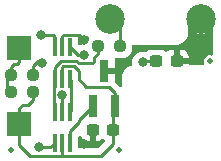
<source format=gtl>
%TF.GenerationSoftware,KiCad,Pcbnew,(6.0.10)*%
%TF.CreationDate,2023-08-09T22:59:08-05:00*%
%TF.ProjectId,MVS Pause Button,4d565320-5061-4757-9365-20427574746f,rev?*%
%TF.SameCoordinates,Original*%
%TF.FileFunction,Copper,L1,Top*%
%TF.FilePolarity,Positive*%
%FSLAX46Y46*%
G04 Gerber Fmt 4.6, Leading zero omitted, Abs format (unit mm)*
G04 Created by KiCad (PCBNEW (6.0.10)) date 2023-08-09 22:59:08*
%MOMM*%
%LPD*%
G01*
G04 APERTURE LIST*
G04 Aperture macros list*
%AMRoundRect*
0 Rectangle with rounded corners*
0 $1 Rounding radius*
0 $2 $3 $4 $5 $6 $7 $8 $9 X,Y pos of 4 corners*
0 Add a 4 corners polygon primitive as box body*
4,1,4,$2,$3,$4,$5,$6,$7,$8,$9,$2,$3,0*
0 Add four circle primitives for the rounded corners*
1,1,$1+$1,$2,$3*
1,1,$1+$1,$4,$5*
1,1,$1+$1,$6,$7*
1,1,$1+$1,$8,$9*
0 Add four rect primitives between the rounded corners*
20,1,$1+$1,$2,$3,$4,$5,0*
20,1,$1+$1,$4,$5,$6,$7,0*
20,1,$1+$1,$6,$7,$8,$9,0*
20,1,$1+$1,$8,$9,$2,$3,0*%
G04 Aperture macros list end*
%TA.AperFunction,SMDPad,CuDef*%
%ADD10R,0.400000X1.500000*%
%TD*%
%TA.AperFunction,SMDPad,CuDef*%
%ADD11RoundRect,0.237500X0.250000X0.237500X-0.250000X0.237500X-0.250000X-0.237500X0.250000X-0.237500X0*%
%TD*%
%TA.AperFunction,SMDPad,CuDef*%
%ADD12R,2.000000X2.000000*%
%TD*%
%TA.AperFunction,ComponentPad*%
%ADD13C,2.500000*%
%TD*%
%TA.AperFunction,SMDPad,CuDef*%
%ADD14RoundRect,0.237500X0.300000X0.237500X-0.300000X0.237500X-0.300000X-0.237500X0.300000X-0.237500X0*%
%TD*%
%TA.AperFunction,SMDPad,CuDef*%
%ADD15RoundRect,0.237500X-0.250000X-0.237500X0.250000X-0.237500X0.250000X0.237500X-0.250000X0.237500X0*%
%TD*%
%TA.AperFunction,SMDPad,CuDef*%
%ADD16R,0.800000X1.900000*%
%TD*%
%TA.AperFunction,SMDPad,CuDef*%
%ADD17C,0.500000*%
%TD*%
%TA.AperFunction,ViaPad*%
%ADD18C,0.800000*%
%TD*%
%TA.AperFunction,Conductor*%
%ADD19C,0.250000*%
%TD*%
G04 APERTURE END LIST*
D10*
%TO.P,INV1,1,1A*%
%TO.N,INV_In*%
X110975000Y-44770000D03*
%TO.P,INV1,2,GND*%
%TO.N,GND*%
X110325000Y-44770000D03*
%TO.P,INV1,3,2A*%
%TO.N,/Feedback*%
X109675000Y-44770000D03*
%TO.P,INV1,4,2Y*%
%TO.N,Net-(FLP1-Pad3)*%
X109675000Y-47430000D03*
%TO.P,INV1,5,Vcc*%
%TO.N,+5V*%
X110325000Y-47430000D03*
%TO.P,INV1,6,1Y*%
%TO.N,/CLK*%
X110975000Y-47430000D03*
%TD*%
D11*
%TO.P,R3,2*%
%TO.N,Net-(FLP1-Pad3)*%
X113387500Y-44700000D03*
%TO.P,R3,1*%
%TO.N,DIP8*%
X115212500Y-44700000D03*
%TD*%
D12*
%TO.P,J1,1,Pin_1*%
%TO.N,/Select*%
X106700000Y-44800000D03*
%TD*%
D11*
%TO.P,R2,1*%
%TO.N,+5V*%
X107812500Y-48600000D03*
%TO.P,R2,2*%
%TO.N,/Select*%
X105987500Y-48600000D03*
%TD*%
D13*
%TO.P,J2,1,Pin_1*%
%TO.N,GND*%
X122050000Y-42350000D03*
%TD*%
D10*
%TO.P,FLP1,1,CLK*%
%TO.N,/CLK*%
X110975000Y-50220000D03*
%TO.P,FLP1,2,GND*%
%TO.N,GND*%
X110325000Y-50220000D03*
%TO.P,FLP1,3,D*%
%TO.N,Net-(FLP1-Pad3)*%
X109675000Y-50220000D03*
%TO.P,FLP1,4,Q*%
%TO.N,/Feedback*%
X109675000Y-52880000D03*
%TO.P,FLP1,5,Vcc*%
%TO.N,+5V*%
X110325000Y-52880000D03*
%TO.P,FLP1,6,CLR*%
%TO.N,/POR*%
X110975000Y-52880000D03*
%TD*%
D14*
%TO.P,C1,1*%
%TO.N,GND*%
X120012500Y-45950000D03*
%TO.P,C1,2*%
%TO.N,INV_In*%
X118287500Y-45950000D03*
%TD*%
D15*
%TO.P,R1,2*%
%TO.N,INV_In*%
X107812500Y-47100000D03*
%TO.P,R1,1*%
%TO.N,/Select*%
X105987500Y-47100000D03*
%TD*%
D16*
%TO.P,POR1,1,~{RST}*%
%TO.N,/POR*%
X112900000Y-49750000D03*
%TO.P,POR1,2,VDD*%
%TO.N,+5V*%
X114800000Y-49750000D03*
%TO.P,POR1,3,VSS*%
%TO.N,GND*%
X113850000Y-46750000D03*
%TD*%
D12*
%TO.P,J3,1,Pin_1*%
%TO.N,+5V*%
X106700000Y-51300000D03*
%TD*%
D13*
%TO.P,J4,1,Pin_1*%
%TO.N,DIP8*%
X114400000Y-42350000D03*
%TD*%
D14*
%TO.P,C2,1*%
%TO.N,+5V*%
X114612500Y-51750000D03*
%TO.P,C2,2*%
%TO.N,GND*%
X112887500Y-51750000D03*
%TD*%
D17*
%TO.P,REF\u002A\u002A,*%
%TO.N,*%
X106000000Y-53500000D03*
%TD*%
%TO.P,REF\u002A\u002A,*%
%TO.N,*%
X115100000Y-53500000D03*
%TD*%
%TO.P,REF\u002A\u002A,*%
%TO.N,*%
X122800000Y-45950000D03*
%TD*%
D18*
%TO.N,GND*%
X112200000Y-44150000D03*
%TO.N,INV_In*%
X117150000Y-46050000D03*
X112200000Y-45425500D03*
X108600000Y-46100000D03*
%TO.N,GND*%
X112200000Y-52950000D03*
X110325000Y-48850000D03*
X115100000Y-46800000D03*
%TO.N,/Feedback*%
X108375000Y-53230500D03*
X108550000Y-43750000D03*
%TD*%
D19*
%TO.N,DIP8*%
X115212500Y-44700000D02*
X115212500Y-43162500D01*
%TO.N,Net-(FLP1-Pad3)*%
X109675000Y-46430000D02*
X109675000Y-47430000D01*
X110200000Y-45905000D02*
X109675000Y-46430000D01*
%TO.N,DIP8*%
X115212500Y-43162500D02*
X114475000Y-42425000D01*
%TO.N,Net-(FLP1-Pad3)*%
X113000000Y-46000000D02*
X112850000Y-46150000D01*
X113000000Y-45650000D02*
X113000000Y-46000000D01*
X111516396Y-45905000D02*
X110200000Y-45905000D01*
%TO.N,DIP8*%
X114475000Y-42425000D02*
X114437500Y-42425000D01*
%TO.N,Net-(FLP1-Pad3)*%
X113387500Y-44700000D02*
X113387500Y-45262500D01*
X112850000Y-46150000D02*
X111761396Y-46150000D01*
X113387500Y-45262500D02*
X113000000Y-45650000D01*
X111761396Y-46150000D02*
X111516396Y-45905000D01*
%TO.N,/Feedback*%
X109675000Y-43900000D02*
X109675000Y-44770000D01*
X109525000Y-43750000D02*
X109675000Y-43900000D01*
X108550000Y-43750000D02*
X109525000Y-43750000D01*
%TO.N,GND*%
X110325000Y-43820000D02*
X110325000Y-44770000D01*
X110450000Y-43695000D02*
X110325000Y-43820000D01*
X112200000Y-44150000D02*
X111745000Y-43695000D01*
X111745000Y-43695000D02*
X110450000Y-43695000D01*
%TO.N,INV_In*%
X111630500Y-45425500D02*
X110975000Y-44770000D01*
X112200000Y-45425500D02*
X111630500Y-45425500D01*
%TO.N,+5V*%
X114612500Y-52962500D02*
X114612500Y-51750000D01*
X110400000Y-53955000D02*
X113620000Y-53955000D01*
X114612500Y-49937500D02*
X114800000Y-49750000D01*
X113620000Y-53955000D02*
X114612500Y-52962500D01*
X114612500Y-51750000D02*
X114612500Y-49937500D01*
X110325000Y-53880000D02*
X110400000Y-53955000D01*
X114800000Y-48650000D02*
X114800000Y-49750000D01*
X114250000Y-48100000D02*
X114800000Y-48650000D01*
X112375000Y-48100000D02*
X114250000Y-48100000D01*
X111775000Y-47500000D02*
X112375000Y-48100000D01*
X111775000Y-46800000D02*
X111775000Y-47500000D01*
X111330000Y-46355000D02*
X111775000Y-46800000D01*
X110400000Y-46355000D02*
X111330000Y-46355000D01*
X110325000Y-46430000D02*
X110400000Y-46355000D01*
X110325000Y-47430000D02*
X110325000Y-46430000D01*
%TO.N,/POR*%
X110975000Y-51875000D02*
X111725000Y-51125000D01*
X110975000Y-52880000D02*
X110975000Y-51875000D01*
X111725000Y-51125000D02*
X111725000Y-50925000D01*
X111725000Y-50925000D02*
X112900000Y-49750000D01*
%TO.N,INV_In*%
X108245000Y-45905000D02*
X107812500Y-46337500D01*
X108405000Y-45905000D02*
X108245000Y-45905000D01*
X108600000Y-46100000D02*
X108405000Y-45905000D01*
X107812500Y-46337500D02*
X107812500Y-47100000D01*
X117250000Y-45950000D02*
X118287500Y-45950000D01*
X117150000Y-46050000D02*
X117250000Y-45950000D01*
%TO.N,/Select*%
X106700000Y-46000000D02*
X106700000Y-44800000D01*
X106500000Y-46200000D02*
X106700000Y-46000000D01*
X105687500Y-48300000D02*
X105987500Y-48600000D01*
X105987500Y-47100000D02*
X105987500Y-46412500D01*
X105987500Y-46412500D02*
X106200000Y-46200000D01*
X106200000Y-46200000D02*
X106500000Y-46200000D01*
X105987500Y-47100000D02*
X105687500Y-47400000D01*
X105687500Y-47400000D02*
X105687500Y-48300000D01*
%TO.N,GND*%
X110325000Y-48850000D02*
X110325000Y-50220000D01*
%TO.N,/CLK*%
X111050000Y-50145000D02*
X110975000Y-50220000D01*
X110975000Y-47430000D02*
X111050000Y-47505000D01*
X111050000Y-47505000D02*
X111050000Y-50145000D01*
%TO.N,Net-(FLP1-Pad3)*%
X109600000Y-48450000D02*
X109600000Y-47505000D01*
X109600000Y-47505000D02*
X109675000Y-47430000D01*
X109600000Y-50145000D02*
X109600000Y-48450000D01*
X109675000Y-50220000D02*
X109600000Y-50145000D01*
%TO.N,/Feedback*%
X108375000Y-53230500D02*
X109324500Y-53230500D01*
X109324500Y-53230500D02*
X109675000Y-52880000D01*
%TO.N,+5V*%
X106700000Y-51300000D02*
X106700000Y-53075000D01*
X106700000Y-53075000D02*
X107580000Y-53955000D01*
X107812500Y-48600000D02*
X107812500Y-49237500D01*
X107812500Y-49237500D02*
X107400000Y-49650000D01*
X110325000Y-52880000D02*
X110325000Y-53880000D01*
X106700000Y-49950000D02*
X106700000Y-51300000D01*
X107000000Y-49650000D02*
X106700000Y-49950000D01*
X107400000Y-49650000D02*
X107000000Y-49650000D01*
X110250000Y-53955000D02*
X110325000Y-53880000D01*
X107580000Y-53955000D02*
X110250000Y-53955000D01*
%TD*%
%TA.AperFunction,Conductor*%
%TO.N,GND*%
G36*
X113083621Y-51516002D02*
G01*
X113130114Y-51569658D01*
X113141500Y-51622000D01*
X113141500Y-52714885D01*
X113145975Y-52730124D01*
X113147365Y-52731329D01*
X113155048Y-52733000D01*
X113233766Y-52733000D01*
X113240282Y-52732663D01*
X113334132Y-52722925D01*
X113347528Y-52720032D01*
X113498953Y-52669512D01*
X113512115Y-52663347D01*
X113647492Y-52579574D01*
X113658894Y-52570536D01*
X113660567Y-52568861D01*
X113661993Y-52568081D01*
X113664627Y-52565993D01*
X113664984Y-52566444D01*
X113722849Y-52534781D01*
X113793669Y-52539784D01*
X113838754Y-52568701D01*
X113840593Y-52570536D01*
X113846997Y-52576929D01*
X113853229Y-52580771D01*
X113853231Y-52580772D01*
X113869165Y-52590594D01*
X113916659Y-52643366D01*
X113928083Y-52713437D01*
X113899809Y-52778561D01*
X113892145Y-52786949D01*
X113394499Y-53284595D01*
X113332187Y-53318621D01*
X113305404Y-53321500D01*
X111809500Y-53321500D01*
X111741379Y-53301498D01*
X111694886Y-53247842D01*
X111683500Y-53195500D01*
X111683500Y-52386484D01*
X111703502Y-52318363D01*
X111757158Y-52271870D01*
X111827432Y-52261766D01*
X111892012Y-52291260D01*
X111916645Y-52320181D01*
X111995429Y-52447496D01*
X112004460Y-52458890D01*
X112117129Y-52571363D01*
X112128540Y-52580375D01*
X112264063Y-52663912D01*
X112277241Y-52670056D01*
X112428766Y-52720315D01*
X112442132Y-52723181D01*
X112534770Y-52732672D01*
X112541185Y-52733000D01*
X112615385Y-52733000D01*
X112630624Y-52728525D01*
X112631829Y-52727135D01*
X112633500Y-52719452D01*
X112633500Y-51622000D01*
X112653502Y-51553879D01*
X112707158Y-51507386D01*
X112759500Y-51496000D01*
X113015500Y-51496000D01*
X113083621Y-51516002D01*
G37*
%TD.AperFunction*%
%TA.AperFunction,Conductor*%
G36*
X122072682Y-42809410D02*
G01*
X122077726Y-42808500D01*
X122990500Y-42808500D01*
X123058621Y-42828502D01*
X123105114Y-42882158D01*
X123116500Y-42934500D01*
X123116500Y-45353013D01*
X123096498Y-45421134D01*
X123042842Y-45467627D01*
X122972568Y-45477731D01*
X122954398Y-45473730D01*
X122933991Y-45467627D01*
X122874739Y-45449907D01*
X122865763Y-45449852D01*
X122865762Y-45449852D01*
X122805555Y-45449484D01*
X122731376Y-45449031D01*
X122593529Y-45488428D01*
X122472280Y-45564930D01*
X122377377Y-45672388D01*
X122316447Y-45802163D01*
X122315066Y-45811035D01*
X122299283Y-45912405D01*
X122294391Y-45943823D01*
X122312980Y-46085979D01*
X122316596Y-46094196D01*
X122325642Y-46114755D01*
X122334768Y-46185162D01*
X122304381Y-46249327D01*
X122244127Y-46286878D01*
X122210312Y-46291500D01*
X121172695Y-46291500D01*
X121104574Y-46271498D01*
X121058081Y-46217842D01*
X121054213Y-46207472D01*
X121052135Y-46205671D01*
X121044452Y-46204000D01*
X119884500Y-46204000D01*
X119816379Y-46183998D01*
X119769886Y-46130342D01*
X119758500Y-46078000D01*
X119758500Y-45677885D01*
X120266500Y-45677885D01*
X120270975Y-45693124D01*
X120272365Y-45694329D01*
X120280048Y-45696000D01*
X121039885Y-45696000D01*
X121055124Y-45691525D01*
X121056329Y-45690135D01*
X121058000Y-45682452D01*
X121058000Y-45666234D01*
X121057663Y-45659718D01*
X121047925Y-45565868D01*
X121045032Y-45552472D01*
X120994512Y-45401047D01*
X120988347Y-45387885D01*
X120904574Y-45252508D01*
X120895540Y-45241110D01*
X120782871Y-45128637D01*
X120771460Y-45119625D01*
X120635937Y-45036088D01*
X120622759Y-45029944D01*
X120471234Y-44979685D01*
X120457868Y-44976819D01*
X120365230Y-44967328D01*
X120358815Y-44967000D01*
X120284615Y-44967000D01*
X120269376Y-44971475D01*
X120268171Y-44972865D01*
X120266500Y-44980548D01*
X120266500Y-45677885D01*
X119758500Y-45677885D01*
X119758500Y-44985115D01*
X119754025Y-44969876D01*
X119752635Y-44968671D01*
X119744952Y-44967000D01*
X119666234Y-44967000D01*
X119659718Y-44967337D01*
X119565868Y-44977075D01*
X119552472Y-44979968D01*
X119401047Y-45030488D01*
X119387885Y-45036653D01*
X119252508Y-45120426D01*
X119241106Y-45129464D01*
X119239433Y-45131139D01*
X119238007Y-45131919D01*
X119235373Y-45134007D01*
X119235016Y-45133556D01*
X119177151Y-45165219D01*
X119106331Y-45160216D01*
X119061246Y-45131299D01*
X119058185Y-45128244D01*
X119053003Y-45123071D01*
X119013664Y-45098822D01*
X118911150Y-45035631D01*
X118911148Y-45035630D01*
X118904920Y-45031791D01*
X118739809Y-44977026D01*
X118732973Y-44976326D01*
X118732970Y-44976325D01*
X118681474Y-44971049D01*
X118637072Y-44966500D01*
X117937928Y-44966500D01*
X117934682Y-44966837D01*
X117934678Y-44966837D01*
X117840765Y-44976581D01*
X117840761Y-44976582D01*
X117833907Y-44977293D01*
X117827371Y-44979474D01*
X117827369Y-44979474D01*
X117795007Y-44990271D01*
X117668893Y-45032346D01*
X117520969Y-45123884D01*
X117515796Y-45129066D01*
X117506623Y-45138255D01*
X117444340Y-45172334D01*
X117391254Y-45172484D01*
X117333538Y-45160216D01*
X117251944Y-45142872D01*
X117251939Y-45142872D01*
X117245487Y-45141500D01*
X117054513Y-45141500D01*
X117048061Y-45142872D01*
X117048056Y-45142872D01*
X116961113Y-45161353D01*
X116867712Y-45181206D01*
X116861682Y-45183891D01*
X116861681Y-45183891D01*
X116699278Y-45256197D01*
X116699276Y-45256198D01*
X116693248Y-45258882D01*
X116538747Y-45371134D01*
X116534326Y-45376044D01*
X116534325Y-45376045D01*
X116435356Y-45485962D01*
X116410960Y-45513056D01*
X116315473Y-45678444D01*
X116256458Y-45860072D01*
X116255768Y-45866633D01*
X116255768Y-45866635D01*
X116244891Y-45970125D01*
X116236496Y-46050000D01*
X116237186Y-46056565D01*
X116250776Y-46185870D01*
X116238004Y-46255708D01*
X116189502Y-46307555D01*
X116158077Y-46320747D01*
X116059065Y-46347277D01*
X116059063Y-46347278D01*
X116053755Y-46348700D01*
X116048774Y-46351022D01*
X116048773Y-46351023D01*
X115898811Y-46420951D01*
X115898806Y-46420954D01*
X115893824Y-46423277D01*
X115818824Y-46475793D01*
X115753784Y-46521334D01*
X115753781Y-46521336D01*
X115749273Y-46524493D01*
X115624493Y-46649273D01*
X115621336Y-46653781D01*
X115621334Y-46653784D01*
X115582285Y-46709552D01*
X115523277Y-46793824D01*
X115520954Y-46798806D01*
X115520951Y-46798811D01*
X115459170Y-46931301D01*
X115448700Y-46953755D01*
X115403028Y-47124207D01*
X115402549Y-47129687D01*
X115390987Y-47261839D01*
X115389969Y-47270224D01*
X115386309Y-47293724D01*
X115388771Y-47312552D01*
X115390436Y-47325283D01*
X115391500Y-47341621D01*
X115391500Y-48041405D01*
X115371498Y-48109526D01*
X115317842Y-48156019D01*
X115247568Y-48166123D01*
X115182988Y-48136629D01*
X115176405Y-48130500D01*
X114794905Y-47749000D01*
X114760879Y-47686688D01*
X114758000Y-47659905D01*
X114758000Y-47022115D01*
X114753525Y-47006876D01*
X114752135Y-47005671D01*
X114744452Y-47004000D01*
X113722000Y-47004000D01*
X113653879Y-46983998D01*
X113607386Y-46930342D01*
X113596000Y-46878000D01*
X113596000Y-46622000D01*
X113616002Y-46553879D01*
X113669658Y-46507386D01*
X113722000Y-46496000D01*
X114739884Y-46496000D01*
X114755123Y-46491525D01*
X114756328Y-46490135D01*
X114757999Y-46482452D01*
X114757999Y-45807196D01*
X114778001Y-45739075D01*
X114831657Y-45692582D01*
X114896840Y-45681852D01*
X114909726Y-45683172D01*
X114909727Y-45683172D01*
X114912928Y-45683500D01*
X115512072Y-45683500D01*
X115515318Y-45683163D01*
X115515322Y-45683163D01*
X115609235Y-45673419D01*
X115609239Y-45673418D01*
X115616093Y-45672707D01*
X115622629Y-45670526D01*
X115622631Y-45670526D01*
X115774159Y-45619972D01*
X115781107Y-45617654D01*
X115929031Y-45526116D01*
X115987418Y-45467627D01*
X116046758Y-45408184D01*
X116046762Y-45408179D01*
X116051929Y-45403003D01*
X116068546Y-45376045D01*
X116139369Y-45261150D01*
X116139370Y-45261148D01*
X116143209Y-45254920D01*
X116197974Y-45089809D01*
X116208500Y-44987072D01*
X116208500Y-44676542D01*
X116228502Y-44608421D01*
X116282158Y-44561928D01*
X116345481Y-44551021D01*
X116428708Y-44558302D01*
X116438626Y-44559568D01*
X116449478Y-44561394D01*
X116457656Y-44562770D01*
X116457658Y-44562770D01*
X116462448Y-44563576D01*
X116468724Y-44563653D01*
X116470140Y-44563670D01*
X116470143Y-44563670D01*
X116475000Y-44563729D01*
X116502624Y-44559773D01*
X116520486Y-44558500D01*
X119921750Y-44558500D01*
X119942655Y-44560246D01*
X119957656Y-44562770D01*
X119957659Y-44562770D01*
X119962448Y-44563576D01*
X119968525Y-44563650D01*
X119970135Y-44563670D01*
X119970139Y-44563670D01*
X119975000Y-44563729D01*
X119979814Y-44563040D01*
X119979824Y-44563039D01*
X119996280Y-44560682D01*
X120003149Y-44559889D01*
X120150793Y-44546972D01*
X120156107Y-44545548D01*
X120156108Y-44545548D01*
X120315935Y-44502723D01*
X120315937Y-44502722D01*
X120321245Y-44501300D01*
X120326227Y-44498977D01*
X120476189Y-44429049D01*
X120476194Y-44429046D01*
X120481176Y-44426723D01*
X120561874Y-44370217D01*
X120621216Y-44328666D01*
X120621219Y-44328664D01*
X120625727Y-44325507D01*
X120750507Y-44200727D01*
X120851723Y-44056176D01*
X120854046Y-44051194D01*
X120854049Y-44051189D01*
X120923977Y-43901227D01*
X120923978Y-43901226D01*
X120926300Y-43896245D01*
X120943134Y-43833421D01*
X120970548Y-43731108D01*
X120970548Y-43731107D01*
X120971972Y-43725793D01*
X120983302Y-43596288D01*
X120984569Y-43586368D01*
X120987770Y-43567344D01*
X120987770Y-43567342D01*
X120988576Y-43562552D01*
X120988696Y-43552672D01*
X121560054Y-43552672D01*
X121563796Y-43557671D01*
X121598693Y-43573944D01*
X121608985Y-43577690D01*
X121818082Y-43633717D01*
X121828875Y-43635620D01*
X122044525Y-43654487D01*
X122055475Y-43654487D01*
X122271125Y-43635620D01*
X122281918Y-43633717D01*
X122491015Y-43577690D01*
X122501307Y-43573944D01*
X122529580Y-43560760D01*
X122540163Y-43551441D01*
X122538356Y-43545462D01*
X122062812Y-43069918D01*
X122048868Y-43062304D01*
X122047035Y-43062435D01*
X122040420Y-43066686D01*
X121566814Y-43540292D01*
X121560054Y-43552672D01*
X120988696Y-43552672D01*
X120988729Y-43550000D01*
X120984773Y-43522376D01*
X120983500Y-43504514D01*
X120983500Y-42934500D01*
X121003502Y-42866379D01*
X121057158Y-42819886D01*
X121109500Y-42808500D01*
X122069583Y-42808500D01*
X122072682Y-42809410D01*
G37*
%TD.AperFunction*%
%TA.AperFunction,Conductor*%
G36*
X112501284Y-43817009D02*
G01*
X112552276Y-43866408D01*
X112568466Y-43935534D01*
X112545734Y-43995557D01*
X112548071Y-43996997D01*
X112456791Y-44145080D01*
X112402026Y-44310191D01*
X112401326Y-44317027D01*
X112401325Y-44317030D01*
X112392431Y-44403842D01*
X112365590Y-44469569D01*
X112307475Y-44510352D01*
X112267087Y-44517000D01*
X112104513Y-44517000D01*
X112098061Y-44518372D01*
X112098056Y-44518372D01*
X112011112Y-44536853D01*
X111917712Y-44556706D01*
X111911685Y-44559389D01*
X111911677Y-44559392D01*
X111860748Y-44582067D01*
X111790381Y-44591501D01*
X111726084Y-44561394D01*
X111688271Y-44501305D01*
X111683500Y-44466960D01*
X111683500Y-43971866D01*
X111680919Y-43948108D01*
X111693447Y-43878226D01*
X111741767Y-43826210D01*
X111806182Y-43808500D01*
X112271750Y-43808500D01*
X112292655Y-43810246D01*
X112307656Y-43812770D01*
X112307659Y-43812770D01*
X112312448Y-43813576D01*
X112318525Y-43813650D01*
X112320135Y-43813670D01*
X112320139Y-43813670D01*
X112325000Y-43813729D01*
X112329814Y-43813040D01*
X112329824Y-43813039D01*
X112346280Y-43810682D01*
X112353153Y-43809889D01*
X112395468Y-43806187D01*
X112431679Y-43803019D01*
X112501284Y-43817009D01*
G37*
%TD.AperFunction*%
%TD*%
M02*

</source>
